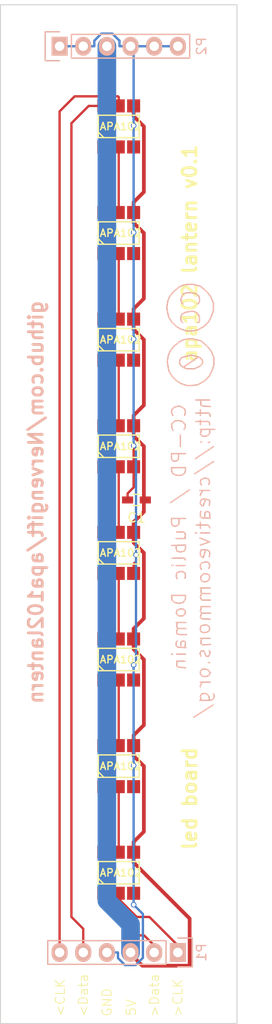
<source format=kicad_pcb>
(kicad_pcb (version 20171130) (host pcbnew "(5.1.12)-1")

  (general
    (thickness 1.6)
    (drawings 13)
    (tracks 132)
    (zones 0)
    (modules 12)
    (nets 21)
  )

  (page A4)
  (title_block
    (title "apa102 lantern led board")
    (rev 0.1)
  )

  (layers
    (0 F.Cu signal)
    (31 B.Cu signal)
    (32 B.Adhes user)
    (33 F.Adhes user)
    (34 B.Paste user)
    (35 F.Paste user)
    (36 B.SilkS user)
    (37 F.SilkS user)
    (38 B.Mask user)
    (39 F.Mask user)
    (40 Dwgs.User user)
    (41 Cmts.User user)
    (42 Eco1.User user)
    (43 Eco2.User user)
    (44 Edge.Cuts user)
    (45 Margin user)
    (46 B.CrtYd user)
    (47 F.CrtYd user)
    (48 B.Fab user)
    (49 F.Fab user)
  )

  (setup
    (last_trace_width 0.25)
    (trace_clearance 0.2)
    (zone_clearance 0.508)
    (zone_45_only no)
    (trace_min 0.2)
    (via_size 0.6)
    (via_drill 0.4)
    (via_min_size 0.4)
    (via_min_drill 0.3)
    (uvia_size 0.3)
    (uvia_drill 0.1)
    (uvias_allowed no)
    (uvia_min_size 0.2)
    (uvia_min_drill 0.1)
    (edge_width 0.1)
    (segment_width 0.2)
    (pcb_text_width 0.3)
    (pcb_text_size 1.5 1.5)
    (mod_edge_width 0.15)
    (mod_text_size 1 1)
    (mod_text_width 0.15)
    (pad_size 1.5 1.5)
    (pad_drill 0.6)
    (pad_to_mask_clearance 0)
    (aux_axis_origin 0 0)
    (visible_elements 7FFFFFFF)
    (pcbplotparams
      (layerselection 0x010f0_80000001)
      (usegerberextensions true)
      (usegerberattributes true)
      (usegerberadvancedattributes true)
      (creategerberjobfile true)
      (excludeedgelayer true)
      (linewidth 0.020000)
      (plotframeref false)
      (viasonmask false)
      (mode 1)
      (useauxorigin false)
      (hpglpennumber 1)
      (hpglpenspeed 20)
      (hpglpendiameter 15.000000)
      (psnegative false)
      (psa4output false)
      (plotreference true)
      (plotvalue false)
      (plotinvisibletext false)
      (padsonsilk false)
      (subtractmaskfromsilk false)
      (outputformat 1)
      (mirror false)
      (drillshape 0)
      (scaleselection 1)
      (outputdirectory ""))
  )

  (net 0 "")
  (net 1 "Net-(U1-Pad5)")
  (net 2 "Net-(U1-Pad6)")
  (net 3 "Net-(U2-Pad5)")
  (net 4 "Net-(U2-Pad6)")
  (net 5 "Net-(U3-Pad5)")
  (net 6 "Net-(U3-Pad6)")
  (net 7 "Net-(U4-Pad5)")
  (net 8 "Net-(U4-Pad6)")
  (net 9 "Net-(U5-Pad5)")
  (net 10 "Net-(U5-Pad6)")
  (net 11 "Net-(U6-Pad5)")
  (net 12 "Net-(U6-Pad6)")
  (net 13 "Net-(U7-Pad5)")
  (net 14 "Net-(U7-Pad6)")
  (net 15 /5V)
  (net 16 /GND)
  (net 17 />clk)
  (net 18 />D)
  (net 19 /D>)
  (net 20 /clk>)

  (net_class Default "Dies ist die voreingestellte Netzklasse."
    (clearance 0.2)
    (trace_width 0.25)
    (via_dia 0.6)
    (via_drill 0.4)
    (uvia_dia 0.3)
    (uvia_drill 0.1)
    (add_net /5V)
    (add_net />D)
    (add_net />clk)
    (add_net /D>)
    (add_net /GND)
    (add_net /clk>)
    (add_net "Net-(U1-Pad5)")
    (add_net "Net-(U1-Pad6)")
    (add_net "Net-(U2-Pad5)")
    (add_net "Net-(U2-Pad6)")
    (add_net "Net-(U3-Pad5)")
    (add_net "Net-(U3-Pad6)")
    (add_net "Net-(U4-Pad5)")
    (add_net "Net-(U4-Pad6)")
    (add_net "Net-(U5-Pad5)")
    (add_net "Net-(U5-Pad6)")
    (add_net "Net-(U6-Pad5)")
    (add_net "Net-(U6-Pad6)")
    (add_net "Net-(U7-Pad5)")
    (add_net "Net-(U7-Pad6)")
  )

  (net_class vcc ""
    (clearance 0.2)
    (trace_width 2)
    (via_dia 0.6)
    (via_drill 0.4)
    (uvia_dia 0.3)
    (uvia_drill 0.1)
  )

  (module CrumpPrints:APA102 (layer F.Cu) (tedit 54BDEC7B) (tstamp 560AAFD3)
    (at 127 174.33)
    (path /56067C85)
    (fp_text reference U1 (at 0.2 -4) (layer F.SilkS) hide
      (effects (font (size 1.5 1.5) (thickness 0.15)))
    )
    (fp_text value APA102 (at 0.2 0) (layer F.SilkS)
      (effects (font (size 0.8 0.8) (thickness 0.15)))
    )
    (fp_line (start -2.2 -1.2) (end -2.2 1.2) (layer F.SilkS) (width 0.15))
    (fp_line (start 2.2 -1.2) (end 2.2 1.2) (layer F.SilkS) (width 0.15))
    (fp_line (start -1.8 1.2) (end -2.2 1.2) (layer F.SilkS) (width 0.15))
    (fp_line (start -2.2 -1.2) (end 2.2 -1.2) (layer F.SilkS) (width 0.15))
    (fp_line (start 2.2 1.2) (end -1.8 1.2) (layer F.SilkS) (width 0.15))
    (fp_line (start -2.2 0.6) (end -1.6 1.2) (layer F.SilkS) (width 0.15))
    (pad 3 smd rect (at 1.6 2.2 90) (size 1.4 1.4) (layers F.Cu F.Paste F.Mask)
      (net 16 /GND))
    (pad 4 smd rect (at 1.6 -2.2 90) (size 1.4 1.4) (layers F.Cu F.Paste F.Mask)
      (net 15 /5V))
    (pad 5 smd rect (at 0 -2.2 90) (size 1.4 1.3) (layers F.Cu F.Paste F.Mask)
      (net 1 "Net-(U1-Pad5)"))
    (pad 2 smd rect (at 0 2.2 90) (size 1.4 1.3) (layers F.Cu F.Paste F.Mask)
      (net 17 />clk))
    (pad 1 smd rect (at -1.6 2.2 90) (size 1.4 1.4) (layers F.Cu F.Paste F.Mask)
      (net 18 />D))
    (pad 6 smd rect (at -1.6 -2.2 90) (size 1.4 1.4) (layers F.Cu F.Paste F.Mask)
      (net 2 "Net-(U1-Pad6)"))
  )

  (module CrumpPrints:APA102 (layer F.Cu) (tedit 54BDEC7B) (tstamp 560AAFDD)
    (at 127 162.9)
    (path /56067CEB)
    (fp_text reference U2 (at 0.2 -4) (layer F.SilkS) hide
      (effects (font (size 1.5 1.5) (thickness 0.15)))
    )
    (fp_text value APA102 (at 0.2 0) (layer F.SilkS)
      (effects (font (size 0.8 0.8) (thickness 0.15)))
    )
    (fp_line (start -2.2 -1.2) (end -2.2 1.2) (layer F.SilkS) (width 0.15))
    (fp_line (start 2.2 -1.2) (end 2.2 1.2) (layer F.SilkS) (width 0.15))
    (fp_line (start -1.8 1.2) (end -2.2 1.2) (layer F.SilkS) (width 0.15))
    (fp_line (start -2.2 -1.2) (end 2.2 -1.2) (layer F.SilkS) (width 0.15))
    (fp_line (start 2.2 1.2) (end -1.8 1.2) (layer F.SilkS) (width 0.15))
    (fp_line (start -2.2 0.6) (end -1.6 1.2) (layer F.SilkS) (width 0.15))
    (pad 3 smd rect (at 1.6 2.2 90) (size 1.4 1.4) (layers F.Cu F.Paste F.Mask)
      (net 16 /GND))
    (pad 4 smd rect (at 1.6 -2.2 90) (size 1.4 1.4) (layers F.Cu F.Paste F.Mask)
      (net 15 /5V))
    (pad 5 smd rect (at 0 -2.2 90) (size 1.4 1.3) (layers F.Cu F.Paste F.Mask)
      (net 3 "Net-(U2-Pad5)"))
    (pad 2 smd rect (at 0 2.2 90) (size 1.4 1.3) (layers F.Cu F.Paste F.Mask)
      (net 1 "Net-(U1-Pad5)"))
    (pad 1 smd rect (at -1.6 2.2 90) (size 1.4 1.4) (layers F.Cu F.Paste F.Mask)
      (net 2 "Net-(U1-Pad6)"))
    (pad 6 smd rect (at -1.6 -2.2 90) (size 1.4 1.4) (layers F.Cu F.Paste F.Mask)
      (net 4 "Net-(U2-Pad6)"))
  )

  (module CrumpPrints:APA102 (layer F.Cu) (tedit 54BDEC7B) (tstamp 560AAFE7)
    (at 127 151.47)
    (path /56067CF1)
    (fp_text reference U3 (at 0.2 -4) (layer F.SilkS) hide
      (effects (font (size 1.5 1.5) (thickness 0.15)))
    )
    (fp_text value APA102 (at 0.2 0) (layer F.SilkS)
      (effects (font (size 0.8 0.8) (thickness 0.15)))
    )
    (fp_line (start -2.2 -1.2) (end -2.2 1.2) (layer F.SilkS) (width 0.15))
    (fp_line (start 2.2 -1.2) (end 2.2 1.2) (layer F.SilkS) (width 0.15))
    (fp_line (start -1.8 1.2) (end -2.2 1.2) (layer F.SilkS) (width 0.15))
    (fp_line (start -2.2 -1.2) (end 2.2 -1.2) (layer F.SilkS) (width 0.15))
    (fp_line (start 2.2 1.2) (end -1.8 1.2) (layer F.SilkS) (width 0.15))
    (fp_line (start -2.2 0.6) (end -1.6 1.2) (layer F.SilkS) (width 0.15))
    (pad 3 smd rect (at 1.6 2.2 90) (size 1.4 1.4) (layers F.Cu F.Paste F.Mask)
      (net 16 /GND))
    (pad 4 smd rect (at 1.6 -2.2 90) (size 1.4 1.4) (layers F.Cu F.Paste F.Mask)
      (net 15 /5V))
    (pad 5 smd rect (at 0 -2.2 90) (size 1.4 1.3) (layers F.Cu F.Paste F.Mask)
      (net 5 "Net-(U3-Pad5)"))
    (pad 2 smd rect (at 0 2.2 90) (size 1.4 1.3) (layers F.Cu F.Paste F.Mask)
      (net 3 "Net-(U2-Pad5)"))
    (pad 1 smd rect (at -1.6 2.2 90) (size 1.4 1.4) (layers F.Cu F.Paste F.Mask)
      (net 4 "Net-(U2-Pad6)"))
    (pad 6 smd rect (at -1.6 -2.2 90) (size 1.4 1.4) (layers F.Cu F.Paste F.Mask)
      (net 6 "Net-(U3-Pad6)"))
  )

  (module CrumpPrints:APA102 (layer F.Cu) (tedit 54BDEC7B) (tstamp 560AAFF1)
    (at 127 140.04)
    (path /56067CF7)
    (fp_text reference U4 (at 0.2 -4) (layer F.SilkS) hide
      (effects (font (size 1.5 1.5) (thickness 0.15)))
    )
    (fp_text value APA102 (at 0.2 0) (layer F.SilkS)
      (effects (font (size 0.8 0.8) (thickness 0.15)))
    )
    (fp_line (start -2.2 -1.2) (end -2.2 1.2) (layer F.SilkS) (width 0.15))
    (fp_line (start 2.2 -1.2) (end 2.2 1.2) (layer F.SilkS) (width 0.15))
    (fp_line (start -1.8 1.2) (end -2.2 1.2) (layer F.SilkS) (width 0.15))
    (fp_line (start -2.2 -1.2) (end 2.2 -1.2) (layer F.SilkS) (width 0.15))
    (fp_line (start 2.2 1.2) (end -1.8 1.2) (layer F.SilkS) (width 0.15))
    (fp_line (start -2.2 0.6) (end -1.6 1.2) (layer F.SilkS) (width 0.15))
    (pad 3 smd rect (at 1.6 2.2 90) (size 1.4 1.4) (layers F.Cu F.Paste F.Mask)
      (net 16 /GND))
    (pad 4 smd rect (at 1.6 -2.2 90) (size 1.4 1.4) (layers F.Cu F.Paste F.Mask)
      (net 15 /5V))
    (pad 5 smd rect (at 0 -2.2 90) (size 1.4 1.3) (layers F.Cu F.Paste F.Mask)
      (net 7 "Net-(U4-Pad5)"))
    (pad 2 smd rect (at 0 2.2 90) (size 1.4 1.3) (layers F.Cu F.Paste F.Mask)
      (net 5 "Net-(U3-Pad5)"))
    (pad 1 smd rect (at -1.6 2.2 90) (size 1.4 1.4) (layers F.Cu F.Paste F.Mask)
      (net 6 "Net-(U3-Pad6)"))
    (pad 6 smd rect (at -1.6 -2.2 90) (size 1.4 1.4) (layers F.Cu F.Paste F.Mask)
      (net 8 "Net-(U4-Pad6)"))
  )

  (module CrumpPrints:APA102 (layer F.Cu) (tedit 54BDEC7B) (tstamp 560AAFFB)
    (at 127 128.61)
    (path /56067CFD)
    (fp_text reference U5 (at 0.2 -4) (layer F.SilkS) hide
      (effects (font (size 1.5 1.5) (thickness 0.15)))
    )
    (fp_text value APA102 (at 0.2 0) (layer F.SilkS)
      (effects (font (size 0.8 0.8) (thickness 0.15)))
    )
    (fp_line (start -2.2 -1.2) (end -2.2 1.2) (layer F.SilkS) (width 0.15))
    (fp_line (start 2.2 -1.2) (end 2.2 1.2) (layer F.SilkS) (width 0.15))
    (fp_line (start -1.8 1.2) (end -2.2 1.2) (layer F.SilkS) (width 0.15))
    (fp_line (start -2.2 -1.2) (end 2.2 -1.2) (layer F.SilkS) (width 0.15))
    (fp_line (start 2.2 1.2) (end -1.8 1.2) (layer F.SilkS) (width 0.15))
    (fp_line (start -2.2 0.6) (end -1.6 1.2) (layer F.SilkS) (width 0.15))
    (pad 3 smd rect (at 1.6 2.2 90) (size 1.4 1.4) (layers F.Cu F.Paste F.Mask)
      (net 16 /GND))
    (pad 4 smd rect (at 1.6 -2.2 90) (size 1.4 1.4) (layers F.Cu F.Paste F.Mask)
      (net 15 /5V))
    (pad 5 smd rect (at 0 -2.2 90) (size 1.4 1.3) (layers F.Cu F.Paste F.Mask)
      (net 9 "Net-(U5-Pad5)"))
    (pad 2 smd rect (at 0 2.2 90) (size 1.4 1.3) (layers F.Cu F.Paste F.Mask)
      (net 7 "Net-(U4-Pad5)"))
    (pad 1 smd rect (at -1.6 2.2 90) (size 1.4 1.4) (layers F.Cu F.Paste F.Mask)
      (net 8 "Net-(U4-Pad6)"))
    (pad 6 smd rect (at -1.6 -2.2 90) (size 1.4 1.4) (layers F.Cu F.Paste F.Mask)
      (net 10 "Net-(U5-Pad6)"))
  )

  (module CrumpPrints:APA102 (layer F.Cu) (tedit 54BDEC7B) (tstamp 560AB005)
    (at 127 117.18)
    (path /56067D03)
    (fp_text reference U6 (at 0.2 -4) (layer F.SilkS) hide
      (effects (font (size 1.5 1.5) (thickness 0.15)))
    )
    (fp_text value APA102 (at 0.2 0) (layer F.SilkS)
      (effects (font (size 0.8 0.8) (thickness 0.15)))
    )
    (fp_line (start -2.2 -1.2) (end -2.2 1.2) (layer F.SilkS) (width 0.15))
    (fp_line (start 2.2 -1.2) (end 2.2 1.2) (layer F.SilkS) (width 0.15))
    (fp_line (start -1.8 1.2) (end -2.2 1.2) (layer F.SilkS) (width 0.15))
    (fp_line (start -2.2 -1.2) (end 2.2 -1.2) (layer F.SilkS) (width 0.15))
    (fp_line (start 2.2 1.2) (end -1.8 1.2) (layer F.SilkS) (width 0.15))
    (fp_line (start -2.2 0.6) (end -1.6 1.2) (layer F.SilkS) (width 0.15))
    (pad 3 smd rect (at 1.6 2.2 90) (size 1.4 1.4) (layers F.Cu F.Paste F.Mask)
      (net 16 /GND))
    (pad 4 smd rect (at 1.6 -2.2 90) (size 1.4 1.4) (layers F.Cu F.Paste F.Mask)
      (net 15 /5V))
    (pad 5 smd rect (at 0 -2.2 90) (size 1.4 1.3) (layers F.Cu F.Paste F.Mask)
      (net 11 "Net-(U6-Pad5)"))
    (pad 2 smd rect (at 0 2.2 90) (size 1.4 1.3) (layers F.Cu F.Paste F.Mask)
      (net 9 "Net-(U5-Pad5)"))
    (pad 1 smd rect (at -1.6 2.2 90) (size 1.4 1.4) (layers F.Cu F.Paste F.Mask)
      (net 10 "Net-(U5-Pad6)"))
    (pad 6 smd rect (at -1.6 -2.2 90) (size 1.4 1.4) (layers F.Cu F.Paste F.Mask)
      (net 12 "Net-(U6-Pad6)"))
  )

  (module CrumpPrints:APA102 (layer F.Cu) (tedit 54BDEC7B) (tstamp 560AB00F)
    (at 127 105.75)
    (path /56067D09)
    (fp_text reference U7 (at 0.2 -4) (layer F.SilkS) hide
      (effects (font (size 1.5 1.5) (thickness 0.15)))
    )
    (fp_text value APA102 (at 0.2 0) (layer F.SilkS)
      (effects (font (size 0.8 0.8) (thickness 0.15)))
    )
    (fp_line (start -2.2 -1.2) (end -2.2 1.2) (layer F.SilkS) (width 0.15))
    (fp_line (start 2.2 -1.2) (end 2.2 1.2) (layer F.SilkS) (width 0.15))
    (fp_line (start -1.8 1.2) (end -2.2 1.2) (layer F.SilkS) (width 0.15))
    (fp_line (start -2.2 -1.2) (end 2.2 -1.2) (layer F.SilkS) (width 0.15))
    (fp_line (start 2.2 1.2) (end -1.8 1.2) (layer F.SilkS) (width 0.15))
    (fp_line (start -2.2 0.6) (end -1.6 1.2) (layer F.SilkS) (width 0.15))
    (pad 3 smd rect (at 1.6 2.2 90) (size 1.4 1.4) (layers F.Cu F.Paste F.Mask)
      (net 16 /GND))
    (pad 4 smd rect (at 1.6 -2.2 90) (size 1.4 1.4) (layers F.Cu F.Paste F.Mask)
      (net 15 /5V))
    (pad 5 smd rect (at 0 -2.2 90) (size 1.4 1.3) (layers F.Cu F.Paste F.Mask)
      (net 13 "Net-(U7-Pad5)"))
    (pad 2 smd rect (at 0 2.2 90) (size 1.4 1.3) (layers F.Cu F.Paste F.Mask)
      (net 11 "Net-(U6-Pad5)"))
    (pad 1 smd rect (at -1.6 2.2 90) (size 1.4 1.4) (layers F.Cu F.Paste F.Mask)
      (net 12 "Net-(U6-Pad6)"))
    (pad 6 smd rect (at -1.6 -2.2 90) (size 1.4 1.4) (layers F.Cu F.Paste F.Mask)
      (net 14 "Net-(U7-Pad6)"))
  )

  (module CrumpPrints:APA102 (layer F.Cu) (tedit 54BDEC7B) (tstamp 560AB019)
    (at 127 94.32)
    (path /56067D0F)
    (fp_text reference U8 (at 0.2 -4) (layer F.SilkS) hide
      (effects (font (size 1.5 1.5) (thickness 0.15)))
    )
    (fp_text value APA102 (at 0.2 0) (layer F.SilkS)
      (effects (font (size 0.8 0.8) (thickness 0.15)))
    )
    (fp_line (start -2.2 -1.2) (end -2.2 1.2) (layer F.SilkS) (width 0.15))
    (fp_line (start 2.2 -1.2) (end 2.2 1.2) (layer F.SilkS) (width 0.15))
    (fp_line (start -1.8 1.2) (end -2.2 1.2) (layer F.SilkS) (width 0.15))
    (fp_line (start -2.2 -1.2) (end 2.2 -1.2) (layer F.SilkS) (width 0.15))
    (fp_line (start 2.2 1.2) (end -1.8 1.2) (layer F.SilkS) (width 0.15))
    (fp_line (start -2.2 0.6) (end -1.6 1.2) (layer F.SilkS) (width 0.15))
    (pad 3 smd rect (at 1.6 2.2 90) (size 1.4 1.4) (layers F.Cu F.Paste F.Mask)
      (net 16 /GND))
    (pad 4 smd rect (at 1.6 -2.2 90) (size 1.4 1.4) (layers F.Cu F.Paste F.Mask)
      (net 15 /5V))
    (pad 5 smd rect (at 0 -2.2 90) (size 1.4 1.3) (layers F.Cu F.Paste F.Mask)
      (net 20 /clk>))
    (pad 2 smd rect (at 0 2.2 90) (size 1.4 1.3) (layers F.Cu F.Paste F.Mask)
      (net 13 "Net-(U7-Pad5)"))
    (pad 1 smd rect (at -1.6 2.2 90) (size 1.4 1.4) (layers F.Cu F.Paste F.Mask)
      (net 14 "Net-(U7-Pad6)"))
    (pad 6 smd rect (at -1.6 -2.2 90) (size 1.4 1.4) (layers F.Cu F.Paste F.Mask)
      (net 19 /D>))
  )

  (module Pin_Headers:Pin_Header_Straight_1x06 (layer B.Cu) (tedit 0) (tstamp 560AAFC9)
    (at 133.35 182.88 90)
    (descr "Through hole pin header")
    (tags "pin header")
    (path /561401C0)
    (fp_text reference P1 (at 0 2.54 90) (layer B.SilkS)
      (effects (font (size 1 1) (thickness 0.15)) (justify mirror))
    )
    (fp_text value CONN_01X06 (at 0 3.1 90) (layer B.Fab)
      (effects (font (size 1 1) (thickness 0.15)) (justify mirror))
    )
    (fp_line (start -1.55 1.55) (end 1.55 1.55) (layer B.SilkS) (width 0.15))
    (fp_line (start -1.55 0) (end -1.55 1.55) (layer B.SilkS) (width 0.15))
    (fp_line (start 1.27 -1.27) (end -1.27 -1.27) (layer B.SilkS) (width 0.15))
    (fp_line (start 1.55 1.55) (end 1.55 0) (layer B.SilkS) (width 0.15))
    (fp_line (start -1.27 -13.97) (end -1.27 -1.27) (layer B.SilkS) (width 0.15))
    (fp_line (start 1.27 -13.97) (end -1.27 -13.97) (layer B.SilkS) (width 0.15))
    (fp_line (start 1.27 -1.27) (end 1.27 -13.97) (layer B.SilkS) (width 0.15))
    (fp_line (start -1.75 -14.45) (end 1.75 -14.45) (layer B.CrtYd) (width 0.05))
    (fp_line (start -1.75 1.75) (end 1.75 1.75) (layer B.CrtYd) (width 0.05))
    (fp_line (start 1.75 1.75) (end 1.75 -14.45) (layer B.CrtYd) (width 0.05))
    (fp_line (start -1.75 1.75) (end -1.75 -14.45) (layer B.CrtYd) (width 0.05))
    (pad 1 thru_hole rect (at 0 0 90) (size 2.032 1.7272) (drill 1.016) (layers *.Cu *.Mask B.SilkS)
      (net 17 />clk))
    (pad 2 thru_hole oval (at 0 -2.54 90) (size 2.032 1.7272) (drill 1.016) (layers *.Cu *.Mask B.SilkS)
      (net 18 />D))
    (pad 3 thru_hole oval (at 0 -5.08 90) (size 2.032 1.7272) (drill 1.016) (layers *.Cu *.Mask B.SilkS)
      (net 15 /5V))
    (pad 4 thru_hole oval (at 0 -7.62 90) (size 2.032 1.7272) (drill 1.016) (layers *.Cu *.Mask B.SilkS)
      (net 16 /GND))
    (pad 5 thru_hole oval (at 0 -10.16 90) (size 2.032 1.7272) (drill 1.016) (layers *.Cu *.Mask B.SilkS)
      (net 19 /D>))
    (pad 6 thru_hole oval (at 0 -12.7 90) (size 2.032 1.7272) (drill 1.016) (layers *.Cu *.Mask B.SilkS)
      (net 20 /clk>))
    (model Pin_Headers.3dshapes/Pin_Header_Straight_1x06.wrl
      (offset (xyz 0 -6.349999904632568 0))
      (scale (xyz 1 1 1))
      (rotate (xyz 0 0 90))
    )
  )

  (module Pin_Headers:Pin_Header_Straight_1x06 (layer B.Cu) (tedit 0) (tstamp 560ABF36)
    (at 120.65 85.725 270)
    (descr "Through hole pin header")
    (tags "pin header")
    (path /5614030F)
    (fp_text reference P2 (at 0 -15.24 270) (layer B.SilkS)
      (effects (font (size 1 1) (thickness 0.15)) (justify mirror))
    )
    (fp_text value CONN_01X06 (at 0 3.1 270) (layer B.Fab)
      (effects (font (size 1 1) (thickness 0.15)) (justify mirror))
    )
    (fp_line (start -1.55 1.55) (end 1.55 1.55) (layer B.SilkS) (width 0.15))
    (fp_line (start -1.55 0) (end -1.55 1.55) (layer B.SilkS) (width 0.15))
    (fp_line (start 1.27 -1.27) (end -1.27 -1.27) (layer B.SilkS) (width 0.15))
    (fp_line (start 1.55 1.55) (end 1.55 0) (layer B.SilkS) (width 0.15))
    (fp_line (start -1.27 -13.97) (end -1.27 -1.27) (layer B.SilkS) (width 0.15))
    (fp_line (start 1.27 -13.97) (end -1.27 -13.97) (layer B.SilkS) (width 0.15))
    (fp_line (start 1.27 -1.27) (end 1.27 -13.97) (layer B.SilkS) (width 0.15))
    (fp_line (start -1.75 -14.45) (end 1.75 -14.45) (layer B.CrtYd) (width 0.05))
    (fp_line (start -1.75 1.75) (end 1.75 1.75) (layer B.CrtYd) (width 0.05))
    (fp_line (start 1.75 1.75) (end 1.75 -14.45) (layer B.CrtYd) (width 0.05))
    (fp_line (start -1.75 1.75) (end -1.75 -14.45) (layer B.CrtYd) (width 0.05))
    (pad 1 thru_hole rect (at 0 0 270) (size 2.032 1.7272) (drill 1.016) (layers *.Cu *.Mask B.SilkS)
      (net 16 /GND))
    (pad 2 thru_hole oval (at 0 -2.54 270) (size 2.032 1.7272) (drill 1.016) (layers *.Cu *.Mask B.SilkS)
      (net 16 /GND))
    (pad 3 thru_hole oval (at 0 -5.08 270) (size 2.032 1.7272) (drill 1.016) (layers *.Cu *.Mask B.SilkS)
      (net 15 /5V))
    (pad 4 thru_hole oval (at 0 -7.62 270) (size 2.032 1.7272) (drill 1.016) (layers *.Cu *.Mask B.SilkS)
      (net 16 /GND))
    (pad 5 thru_hole oval (at 0 -10.16 270) (size 2.032 1.7272) (drill 1.016) (layers *.Cu *.Mask B.SilkS)
      (net 16 /GND))
    (pad 6 thru_hole oval (at 0 -12.7 270) (size 2.032 1.7272) (drill 1.016) (layers *.Cu *.Mask B.SilkS)
      (net 16 /GND))
    (model Pin_Headers.3dshapes/Pin_Header_Straight_1x06.wrl
      (offset (xyz 0 -6.349999904632568 0))
      (scale (xyz 1 1 1))
      (rotate (xyz 0 0 90))
    )
  )

  (module Symbols:Symbol_CreativeCommonsPublicDomain_SilkScreenTop_Small (layer B.Cu) (tedit 560FFB62) (tstamp 560FF841)
    (at 134.62 133.35 270)
    (descr "Symbol, Creative Commons Public Domain, SilkScreenTop, Small,")
    (tags "Symbol, Creative Commons Public Domain, SilkScreen Top, Small,")
    (fp_text reference REF** (at 0.59944 7.29996 270) (layer B.SilkS) hide
      (effects (font (size 1 1) (thickness 0.15)) (justify mirror))
    )
    (fp_text value Symbol_CreativeCommonsPublicDomain_SilkScreenTop_Small (at 0.59944 -8.001 270) (layer B.Fab)
      (effects (font (size 1 1) (thickness 0.15)) (justify mirror))
    )
    (fp_line (start -13.15056 2.3003) (end -13.75 2.39936) (layer B.SilkS) (width 0.15))
    (fp_line (start -12.74924 2.20124) (end -13.15056 2.3003) (layer B.SilkS) (width 0.15))
    (fp_line (start -12.24886 1.89898) (end -12.74924 2.20124) (layer B.SilkS) (width 0.15))
    (fp_line (start -11.75102 1.40114) (end -12.24886 1.89898) (layer B.SilkS) (width 0.15))
    (fp_line (start -11.44876 0.90076) (end -11.75102 1.40114) (layer B.SilkS) (width 0.15))
    (fp_line (start -11.25064 0.29878) (end -11.44876 0.90076) (layer B.SilkS) (width 0.15))
    (fp_line (start -11.25064 -0.30066) (end -11.25064 0.29878) (layer B.SilkS) (width 0.15))
    (fp_line (start -11.3497 -0.9001) (end -11.25064 -0.30066) (layer B.SilkS) (width 0.15))
    (fp_line (start -11.75102 -1.60114) (end -11.3497 -0.9001) (layer B.SilkS) (width 0.15))
    (fp_line (start -12.24886 -2.09898) (end -11.75102 -1.60114) (layer B.SilkS) (width 0.15))
    (fp_line (start -12.85084 -2.40124) (end -12.24886 -2.09898) (layer B.SilkS) (width 0.15))
    (fp_line (start -13.45028 -2.59936) (end -12.85084 -2.40124) (layer B.SilkS) (width 0.15))
    (fp_line (start -14.25038 -2.59936) (end -13.45028 -2.59936) (layer B.SilkS) (width 0.15))
    (fp_line (start -14.94888 -2.29964) (end -14.25038 -2.59936) (layer B.SilkS) (width 0.15))
    (fp_line (start -15.44926 -1.90086) (end -14.94888 -2.29964) (layer B.SilkS) (width 0.15))
    (fp_line (start -16.05124 -1.19982) (end -15.44926 -1.90086) (layer B.SilkS) (width 0.15))
    (fp_line (start -16.24936 -0.39972) (end -16.05124 -1.19982) (layer B.SilkS) (width 0.15))
    (fp_line (start -16.24936 0.19972) (end -16.24936 -0.39972) (layer B.SilkS) (width 0.15))
    (fp_line (start -16.1503 0.7001) (end -16.24936 0.19972) (layer B.SilkS) (width 0.15))
    (fp_line (start -15.94964 1.09888) (end -16.1503 0.7001) (layer B.SilkS) (width 0.15))
    (fp_line (start -15.44926 1.70086) (end -15.94964 1.09888) (layer B.SilkS) (width 0.15))
    (fp_line (start -14.94888 2.09964) (end -15.44926 1.70086) (layer B.SilkS) (width 0.15))
    (fp_line (start -14.45104 2.3003) (end -14.94888 2.09964) (layer B.SilkS) (width 0.15))
    (fp_line (start -13.84906 2.39936) (end -14.45104 2.3003) (layer B.SilkS) (width 0.15))
    (fp_line (start -13.75 2.39936) (end -13.84906 2.39936) (layer B.SilkS) (width 0.15))
    (fp_line (start -14 1.05) (end -13.75 1.1) (layer B.SilkS) (width 0.15))
    (fp_line (start -14.25 0.85) (end -14 1.05) (layer B.SilkS) (width 0.15))
    (fp_line (start -14.4 0.35) (end -14.25 0.85) (layer B.SilkS) (width 0.15))
    (fp_line (start -14.5 -0.15) (end -14.4 0.35) (layer B.SilkS) (width 0.15))
    (fp_line (start -14.4 -0.7) (end -14.5 -0.15) (layer B.SilkS) (width 0.15))
    (fp_line (start -14.25 -1.1) (end -14.4 -0.7) (layer B.SilkS) (width 0.15))
    (fp_line (start -14 -1.35) (end -14.25 -1.1) (layer B.SilkS) (width 0.15))
    (fp_line (start -13.7 -1.4) (end -14 -1.35) (layer B.SilkS) (width 0.15))
    (fp_line (start -13.4 -1.2) (end -13.7 -1.4) (layer B.SilkS) (width 0.15))
    (fp_line (start -13.25 -0.95) (end -13.4 -1.2) (layer B.SilkS) (width 0.15))
    (fp_line (start -13.05 -0.5) (end -13.25 -0.95) (layer B.SilkS) (width 0.15))
    (fp_line (start -13.05 -0.15) (end -13.05 -0.5) (layer B.SilkS) (width 0.15))
    (fp_line (start -13.05 0.3) (end -13.05 -0.15) (layer B.SilkS) (width 0.15))
    (fp_line (start -13.2 0.7) (end -13.05 0.3) (layer B.SilkS) (width 0.15))
    (fp_line (start -13.45 1) (end -13.2 0.7) (layer B.SilkS) (width 0.15))
    (fp_line (start -13.75 1.1) (end -13.45 1) (layer B.SilkS) (width 0.15))
    (fp_line (start -19.00056 2.3503) (end -19.6 2.44936) (layer B.SilkS) (width 0.15))
    (fp_line (start -18.59924 2.25124) (end -19.00056 2.3503) (layer B.SilkS) (width 0.15))
    (fp_line (start -18.09886 1.94898) (end -18.59924 2.25124) (layer B.SilkS) (width 0.15))
    (fp_line (start -17.60102 1.45114) (end -18.09886 1.94898) (layer B.SilkS) (width 0.15))
    (fp_line (start -17.29876 0.95076) (end -17.60102 1.45114) (layer B.SilkS) (width 0.15))
    (fp_line (start -17.10064 0.34878) (end -17.29876 0.95076) (layer B.SilkS) (width 0.15))
    (fp_line (start -17.10064 -0.25066) (end -17.10064 0.34878) (layer B.SilkS) (width 0.15))
    (fp_line (start -17.1997 -0.8501) (end -17.10064 -0.25066) (layer B.SilkS) (width 0.15))
    (fp_line (start -17.60102 -1.55114) (end -17.1997 -0.8501) (layer B.SilkS) (width 0.15))
    (fp_line (start -18.09886 -2.04898) (end -17.60102 -1.55114) (layer B.SilkS) (width 0.15))
    (fp_line (start -18.70084 -2.35124) (end -18.09886 -2.04898) (layer B.SilkS) (width 0.15))
    (fp_line (start -19.30028 -2.54936) (end -18.70084 -2.35124) (layer B.SilkS) (width 0.15))
    (fp_line (start -20.10038 -2.54936) (end -19.30028 -2.54936) (layer B.SilkS) (width 0.15))
    (fp_line (start -20.79888 -2.24964) (end -20.10038 -2.54936) (layer B.SilkS) (width 0.15))
    (fp_line (start -21.29926 -1.85086) (end -20.79888 -2.24964) (layer B.SilkS) (width 0.15))
    (fp_line (start -21.90124 -1.14982) (end -21.29926 -1.85086) (layer B.SilkS) (width 0.15))
    (fp_line (start -22.09936 -0.34972) (end -21.90124 -1.14982) (layer B.SilkS) (width 0.15))
    (fp_line (start -22.09936 0.24972) (end -22.09936 -0.34972) (layer B.SilkS) (width 0.15))
    (fp_line (start -22.0003 0.7501) (end -22.09936 0.24972) (layer B.SilkS) (width 0.15))
    (fp_line (start -21.79964 1.14888) (end -22.0003 0.7501) (layer B.SilkS) (width 0.15))
    (fp_line (start -21.29926 1.75086) (end -21.79964 1.14888) (layer B.SilkS) (width 0.15))
    (fp_line (start -20.79888 2.14964) (end -21.29926 1.75086) (layer B.SilkS) (width 0.15))
    (fp_line (start -20.30104 2.3503) (end -20.79888 2.14964) (layer B.SilkS) (width 0.15))
    (fp_line (start -19.69906 2.44936) (end -20.30104 2.3503) (layer B.SilkS) (width 0.15))
    (fp_line (start -19.6 2.44936) (end -19.69906 2.44936) (layer B.SilkS) (width 0.15))
    (fp_line (start -20.19944 -1.05076) (end -19.99878 -0.8501) (layer B.SilkS) (width 0.15))
    (fp_line (start -20.60076 -1.05076) (end -20.19944 -1.05076) (layer B.SilkS) (width 0.15))
    (fp_line (start -20.90048 -0.94916) (end -20.60076 -1.05076) (layer B.SilkS) (width 0.15))
    (fp_line (start -21.10114 -0.64944) (end -20.90048 -0.94916) (layer B.SilkS) (width 0.15))
    (fp_line (start -21.2002 -0.14906) (end -21.10114 -0.64944) (layer B.SilkS) (width 0.15))
    (fp_line (start -21.2002 0.24972) (end -21.2002 -0.14906) (layer B.SilkS) (width 0.15))
    (fp_line (start -21.10114 0.65104) (end -21.2002 0.24972) (layer B.SilkS) (width 0.15))
    (fp_line (start -20.79888 0.84916) (end -21.10114 0.65104) (layer B.SilkS) (width 0.15))
    (fp_line (start -20.4001 0.95076) (end -20.79888 0.84916) (layer B.SilkS) (width 0.15))
    (fp_line (start -20.10038 0.84916) (end -20.4001 0.95076) (layer B.SilkS) (width 0.15))
    (fp_line (start -19.99878 0.7501) (end -20.10038 0.84916) (layer B.SilkS) (width 0.15))
    (fp_line (start -18.09886 -1.05076) (end -17.9998 -0.8501) (layer B.SilkS) (width 0.15))
    (fp_line (start -18.40112 -1.05076) (end -18.09886 -1.05076) (layer B.SilkS) (width 0.15))
    (fp_line (start -18.59924 -1.05076) (end -18.40112 -1.05076) (layer B.SilkS) (width 0.15))
    (fp_line (start -19.00056 -0.8501) (end -18.59924 -1.05076) (layer B.SilkS) (width 0.15))
    (fp_line (start -19.20122 -0.44878) (end -19.00056 -0.8501) (layer B.SilkS) (width 0.15))
    (fp_line (start -19.20122 -0.05) (end -19.20122 -0.44878) (layer B.SilkS) (width 0.15))
    (fp_line (start -19.09962 0.45038) (end -19.20122 -0.05) (layer B.SilkS) (width 0.15))
    (fp_line (start -18.89896 0.84916) (end -19.09962 0.45038) (layer B.SilkS) (width 0.15))
    (fp_line (start -18.59924 0.95076) (end -18.89896 0.84916) (layer B.SilkS) (width 0.15))
    (fp_line (start -18.29952 0.95076) (end -18.59924 0.95076) (layer B.SilkS) (width 0.15))
    (fp_line (start -18.09886 0.84916) (end -18.29952 0.95076) (layer B.SilkS) (width 0.15))
    (fp_line (start -17.9998 0.7501) (end -18.09886 0.84916) (layer B.SilkS) (width 0.15))
    (fp_line (start -8.4 0.45) (end -8.05 0.55) (layer B.SilkS) (width 0.15))
    (fp_line (start -8.75 0.55) (end -8.4 0.45) (layer B.SilkS) (width 0.15))
    (fp_line (start -8.95 0.85) (end -8.75 0.55) (layer B.SilkS) (width 0.15))
    (fp_line (start -9.05 1.15) (end -8.95 0.85) (layer B.SilkS) (width 0.15))
    (fp_line (start -8.95 1.6) (end -9.05 1.15) (layer B.SilkS) (width 0.15))
    (fp_line (start -8.7 1.9) (end -8.95 1.6) (layer B.SilkS) (width 0.15))
    (fp_line (start -8.35 1.95) (end -8.7 1.9) (layer B.SilkS) (width 0.15))
    (fp_line (start -8.05 1.8) (end -8.35 1.95) (layer B.SilkS) (width 0.15))
    (fp_line (start -6.8 0.45) (end -6.55 0.6) (layer B.SilkS) (width 0.15))
    (fp_line (start -7.1 0.5) (end -6.8 0.45) (layer B.SilkS) (width 0.15))
    (fp_line (start -7.4 0.8) (end -7.1 0.5) (layer B.SilkS) (width 0.15))
    (fp_line (start -7.5 1.2) (end -7.4 0.8) (layer B.SilkS) (width 0.15))
    (fp_line (start -7.45 1.6) (end -7.5 1.2) (layer B.SilkS) (width 0.15))
    (fp_line (start -7.1 1.95) (end -7.45 1.6) (layer B.SilkS) (width 0.15))
    (fp_line (start -6.7 1.9) (end -7.1 1.95) (layer B.SilkS) (width 0.15))
    (fp_line (start -6.45 1.8) (end -6.7 1.9) (layer B.SilkS) (width 0.15))
    (fp_line (start -5.95 1) (end -4.7 1) (layer B.SilkS) (width 0.15))
    (fp_line (start -3.45 1.2) (end -3.95 1.2) (layer B.SilkS) (width 0.15))
    (fp_line (start -3.2 1.3) (end -3.45 1.2) (layer B.SilkS) (width 0.15))
    (fp_line (start -3.15 1.55) (end -3.2 1.3) (layer B.SilkS) (width 0.15))
    (fp_line (start -3.15 1.75) (end -3.15 1.55) (layer B.SilkS) (width 0.15))
    (fp_line (start -3.35 1.95) (end -3.15 1.75) (layer B.SilkS) (width 0.15))
    (fp_line (start -3.95 1.95) (end -3.35 1.95) (layer B.SilkS) (width 0.15))
    (fp_line (start -3.95 0.45) (end -3.95 1.95) (layer B.SilkS) (width 0.15))
    (fp_line (start -2.2 1.95) (end -2.35 1.95) (layer B.SilkS) (width 0.15))
    (fp_line (start -1.85 1.85) (end -2.2 1.95) (layer B.SilkS) (width 0.15))
    (fp_line (start -1.7 1.6) (end -1.85 1.85) (layer B.SilkS) (width 0.15))
    (fp_line (start -1.6 1.2) (end -1.7 1.6) (layer B.SilkS) (width 0.15))
    (fp_line (start -1.65 0.85) (end -1.6 1.2) (layer B.SilkS) (width 0.15))
    (fp_line (start -1.85 0.55) (end -1.65 0.85) (layer B.SilkS) (width 0.15))
    (fp_line (start -2.15 0.45) (end -1.85 0.55) (layer B.SilkS) (width 0.15))
    (fp_line (start -2.45 0.45) (end -2.15 0.45) (layer B.SilkS) (width 0.15))
    (fp_line (start -2.45 1.95) (end -2.45 0.45) (layer B.SilkS) (width 0.15))
    (fp_line (start -0.05 0.05) (end 1.3 2.05) (layer B.SilkS) (width 0.15))
    (fp_line (start 3.55 1.15) (end 3.1 1.15) (layer B.SilkS) (width 0.15))
    (fp_line (start 3.75 1.3) (end 3.55 1.15) (layer B.SilkS) (width 0.15))
    (fp_line (start 3.85 1.55) (end 3.75 1.3) (layer B.SilkS) (width 0.15))
    (fp_line (start 3.75 1.85) (end 3.85 1.55) (layer B.SilkS) (width 0.15))
    (fp_line (start 3.5 1.95) (end 3.75 1.85) (layer B.SilkS) (width 0.15))
    (fp_line (start 3 1.95) (end 3.5 1.95) (layer B.SilkS) (width 0.15))
    (fp_line (start 3 0.45) (end 3 1.95) (layer B.SilkS) (width 0.15))
    (fp_line (start 4.8 0.45) (end 5.15 0.55) (layer B.SilkS) (width 0.15))
    (fp_line (start 4.6 0.5) (end 4.8 0.45) (layer B.SilkS) (width 0.15))
    (fp_line (start 4.45 0.65) (end 4.6 0.5) (layer B.SilkS) (width 0.15))
    (fp_line (start 4.45 1) (end 4.45 0.65) (layer B.SilkS) (width 0.15))
    (fp_line (start 4.45 1.4) (end 4.45 1) (layer B.SilkS) (width 0.15))
    (fp_line (start 5.15 1.45) (end 5.15 0.45) (layer B.SilkS) (width 0.15))
    (fp_line (start 6.25 1.45) (end 5.95 1.45) (layer B.SilkS) (width 0.15))
    (fp_line (start 6.5 1.35) (end 6.25 1.45) (layer B.SilkS) (width 0.15))
    (fp_line (start 6.6 1) (end 6.5 1.35) (layer B.SilkS) (width 0.15))
    (fp_line (start 6.5 0.6) (end 6.6 1) (layer B.SilkS) (width 0.15))
    (fp_line (start 6.25 0.45) (end 6.5 0.6) (layer B.SilkS) (width 0.15))
    (fp_line (start 5.85 0.45) (end 6.25 0.45) (layer B.SilkS) (width 0.15))
    (fp_line (start 5.9 1.95) (end 5.85 0.45) (layer B.SilkS) (width 0.15))
    (fp_line (start 7.25 0.6) (end 7.45 0.45) (layer B.SilkS) (width 0.15))
    (fp_line (start 7.25 1.9) (end 7.25 0.6) (layer B.SilkS) (width 0.15))
    (fp_line (start 8.05 1.8) (end 8 1.8) (layer B.SilkS) (width 0.15))
    (fp_line (start 8.05 1.9) (end 8.05 1.8) (layer B.SilkS) (width 0.15))
    (fp_line (start 8.05 1.45) (end 8.05 0.5) (layer B.SilkS) (width 0.15))
    (fp_line (start 9.15 0.45) (end 9.4 0.5) (layer B.SilkS) (width 0.15))
    (fp_line (start 8.85 0.5) (end 9.15 0.45) (layer B.SilkS) (width 0.15))
    (fp_line (start 8.7 0.75) (end 8.85 0.5) (layer B.SilkS) (width 0.15))
    (fp_line (start 8.7 1.1) (end 8.7 0.75) (layer B.SilkS) (width 0.15))
    (fp_line (start 8.85 1.4) (end 8.7 1.1) (layer B.SilkS) (width 0.15))
    (fp_line (start 9.2 1.45) (end 8.85 1.4) (layer B.SilkS) (width 0.15))
    (fp_line (start 9.45 1.35) (end 9.2 1.45) (layer B.SilkS) (width 0.15))
    (fp_line (start 11.75 1.9) (end 11.25 1.95) (layer B.SilkS) (width 0.15))
    (fp_line (start 12 1.65) (end 11.75 1.9) (layer B.SilkS) (width 0.15))
    (fp_line (start 12.1 1.15) (end 12 1.65) (layer B.SilkS) (width 0.15))
    (fp_line (start 12 0.7) (end 12.1 1.15) (layer B.SilkS) (width 0.15))
    (fp_line (start 11.65 0.45) (end 12 0.7) (layer B.SilkS) (width 0.15))
    (fp_line (start 11.25 0.45) (end 11.65 0.45) (layer B.SilkS) (width 0.15))
    (fp_line (start 11.25 1.95) (end 11.25 0.45) (layer B.SilkS) (width 0.15))
    (fp_line (start 13.4 1.25) (end 13.2 1.4) (layer B.SilkS) (width 0.15))
    (fp_line (start 13.45 1.1) (end 13.4 1.25) (layer B.SilkS) (width 0.15))
    (fp_line (start 13.45 0.75) (end 13.45 1.1) (layer B.SilkS) (width 0.15))
    (fp_line (start 13.25 0.5) (end 13.45 0.75) (layer B.SilkS) (width 0.15))
    (fp_line (start 12.95 0.45) (end 13.25 0.5) (layer B.SilkS) (width 0.15))
    (fp_line (start 12.7 0.7) (end 12.95 0.45) (layer B.SilkS) (width 0.15))
    (fp_line (start 12.7 1.05) (end 12.7 0.7) (layer B.SilkS) (width 0.15))
    (fp_line (start 12.85 1.35) (end 12.7 1.05) (layer B.SilkS) (width 0.15))
    (fp_line (start 13.1 1.45) (end 12.85 1.35) (layer B.SilkS) (width 0.15))
    (fp_line (start 14.15 0.4) (end 14.15 1.45) (layer B.SilkS) (width 0.15))
    (fp_line (start 14.5 1.4) (end 14.25 1.35) (layer B.SilkS) (width 0.15))
    (fp_line (start 14.7 1.35) (end 14.5 1.4) (layer B.SilkS) (width 0.15))
    (fp_line (start 14.8 1.25) (end 14.7 1.35) (layer B.SilkS) (width 0.15))
    (fp_line (start 14.8 0.4) (end 14.8 1.25) (layer B.SilkS) (width 0.15))
    (fp_line (start 15.05 1.4) (end 14.85 1.3) (layer B.SilkS) (width 0.15))
    (fp_line (start 15.3 1.4) (end 15.05 1.4) (layer B.SilkS) (width 0.15))
    (fp_line (start 15.4 1.3) (end 15.3 1.4) (layer B.SilkS) (width 0.15))
    (fp_line (start 15.45 1.1) (end 15.4 1.3) (layer B.SilkS) (width 0.15))
    (fp_line (start 15.45 0.35) (end 15.45 1.1) (layer B.SilkS) (width 0.15))
    (fp_line (start 16.8 1.25) (end 16.85 0.4) (layer B.SilkS) (width 0.15))
    (fp_line (start 16.65 1.45) (end 16.8 1.25) (layer B.SilkS) (width 0.15))
    (fp_line (start 16.3 1.45) (end 16.65 1.45) (layer B.SilkS) (width 0.15))
    (fp_line (start 16.15 1.35) (end 16.3 1.45) (layer B.SilkS) (width 0.15))
    (fp_line (start 16.35 0.45) (end 16.75 0.5) (layer B.SilkS) (width 0.15))
    (fp_line (start 16.15 0.55) (end 16.35 0.45) (layer B.SilkS) (width 0.15))
    (fp_line (start 16.15 0.8) (end 16.15 0.55) (layer B.SilkS) (width 0.15))
    (fp_line (start 16.3 0.95) (end 16.15 0.8) (layer B.SilkS) (width 0.15))
    (fp_line (start 16.6 0.95) (end 16.3 0.95) (layer B.SilkS) (width 0.15))
    (fp_line (start 17.55 1.95) (end 17.55 1.85) (layer B.SilkS) (width 0.15))
    (fp_line (start 17.55 1.4) (end 17.55 0.45) (layer B.SilkS) (width 0.15))
    (fp_line (start 18.3 1.4) (end 18.3 0.5) (layer B.SilkS) (width 0.15))
    (fp_line (start 18.7 1.4) (end 18.35 1.35) (layer B.SilkS) (width 0.15))
    (fp_line (start 18.85 1.35) (end 18.7 1.4) (layer B.SilkS) (width 0.15))
    (fp_line (start 18.95 1.15) (end 18.85 1.35) (layer B.SilkS) (width 0.15))
    (fp_line (start 19 0.45) (end 18.95 1.15) (layer B.SilkS) (width 0.15))
    (fp_line (start -9.7 -0.65) (end -9.7 -2.15) (layer B.SilkS) (width 0.15))
    (fp_line (start -9.15 -1.2) (end -9.55 -1.2) (layer B.SilkS) (width 0.15))
    (fp_line (start -9.05 -1.4) (end -9.15 -1.2) (layer B.SilkS) (width 0.15))
    (fp_line (start -9 -2.25) (end -9.05 -1.4) (layer B.SilkS) (width 0.15))
    (fp_line (start -8.15 -2.2) (end -7.95 -2.2) (layer B.SilkS) (width 0.15))
    (fp_line (start -8.3 -2.05) (end -8.15 -2.2) (layer B.SilkS) (width 0.15))
    (fp_line (start -8.3 -0.65) (end -8.3 -2.05) (layer B.SilkS) (width 0.15))
    (fp_line (start -8.65 -1.15) (end -8.05 -1.15) (layer B.SilkS) (width 0.15))
    (fp_line (start -7.15 -2.15) (end -7.05 -2.15) (layer B.SilkS) (width 0.15))
    (fp_line (start -7.4 -2.05) (end -7.15 -2.15) (layer B.SilkS) (width 0.15))
    (fp_line (start -7.4 -0.65) (end -7.4 -2.05) (layer B.SilkS) (width 0.15))
    (fp_line (start -7.05 -1.15) (end -7.55 -1.15) (layer B.SilkS) (width 0.15))
    (fp_line (start -6.55 -2.7) (end -6.55 -1.15) (layer B.SilkS) (width 0.15))
    (fp_line (start -6.1 -1.15) (end -6.45 -1.25) (layer B.SilkS) (width 0.15))
    (fp_line (start -5.85 -1.3) (end -6.1 -1.15) (layer B.SilkS) (width 0.15))
    (fp_line (start -5.8 -1.65) (end -5.85 -1.3) (layer B.SilkS) (width 0.15))
    (fp_line (start -5.9 -1.95) (end -5.8 -1.65) (layer B.SilkS) (width 0.15))
    (fp_line (start -6.15 -2.15) (end -5.9 -1.95) (layer B.SilkS) (width 0.15))
    (fp_line (start -6.5 -2.15) (end -6.15 -2.15) (layer B.SilkS) (width 0.15))
    (fp_line (start -5.2 -1.2) (end -5.2 -1.3) (layer B.SilkS) (width 0.15))
    (fp_line (start -5.15 -2) (end -5.2 -2.15) (layer B.SilkS) (width 0.15))
    (fp_line (start -4.7 -2.55) (end -3.4 -0.6) (layer B.SilkS) (width 0.15))
    (fp_line (start -3.1 -2.55) (end -1.8 -0.55) (layer B.SilkS) (width 0.15))
    (fp_line (start -0.95 -2.15) (end -0.65 -2.05) (layer B.SilkS) (width 0.15))
    (fp_line (start -1.25 -2) (end -0.95 -2.15) (layer B.SilkS) (width 0.15))
    (fp_line (start -1.35 -1.6) (end -1.25 -2) (layer B.SilkS) (width 0.15))
    (fp_line (start -1.15 -1.2) (end -1.35 -1.6) (layer B.SilkS) (width 0.15))
    (fp_line (start -0.85 -1.15) (end -1.15 -1.2) (layer B.SilkS) (width 0.15))
    (fp_line (start -0.6 -1.25) (end -0.85 -1.15) (layer B.SilkS) (width 0.15))
    (fp_line (start 0 -2.15) (end 0 -1.1) (layer B.SilkS) (width 0.15))
    (fp_line (start 0.3 -1.2) (end 0.1 -1.35) (layer B.SilkS) (width 0.15))
    (fp_line (start 0.55 -1.15) (end 0.3 -1.2) (layer B.SilkS) (width 0.15))
    (fp_line (start 1.65 -1.45) (end 1 -1.7) (layer B.SilkS) (width 0.15))
    (fp_line (start 1.65 -1.35) (end 1.65 -1.45) (layer B.SilkS) (width 0.15))
    (fp_line (start 1.45 -1.15) (end 1.65 -1.35) (layer B.SilkS) (width 0.15))
    (fp_line (start 1.2 -1.15) (end 1.45 -1.15) (layer B.SilkS) (width 0.15))
    (fp_line (start 1 -1.25) (end 1.2 -1.15) (layer B.SilkS) (width 0.15))
    (fp_line (start 0.9 -1.5) (end 1 -1.25) (layer B.SilkS) (width 0.15))
    (fp_line (start 0.95 -1.85) (end 0.9 -1.5) (layer B.SilkS) (width 0.15))
    (fp_line (start 1.05 -2.15) (end 0.95 -1.85) (layer B.SilkS) (width 0.15))
    (fp_line (start 1.3 -2.15) (end 1.05 -2.15) (layer B.SilkS) (width 0.15))
    (fp_line (start 1.6 -2.1) (end 1.3 -2.15) (layer B.SilkS) (width 0.15))
    (fp_line (start 2.35 -1.65) (end 2.85 -1.6) (layer B.SilkS) (width 0.15))
    (fp_line (start 2.25 -1.8) (end 2.35 -1.65) (layer B.SilkS) (width 0.15))
    (fp_line (start 2.3 -2.05) (end 2.25 -1.8) (layer B.SilkS) (width 0.15))
    (fp_line (start 2.45 -2.15) (end 2.3 -2.05) (layer B.SilkS) (width 0.15))
    (fp_line (start 2.95 -2.15) (end 2.45 -2.15) (layer B.SilkS) (width 0.15))
    (fp_line (start 2.95 -2.2) (end 2.95 -2.15) (layer B.SilkS) (width 0.15))
    (fp_line (start 2.95 -1.35) (end 2.95 -2.2) (layer B.SilkS) (width 0.15))
    (fp_line (start 2.8 -1.15) (end 2.95 -1.35) (layer B.SilkS) (width 0.15))
    (fp_line (start 2.4 -1.15) (end 2.8 -1.15) (layer B.SilkS) (width 0.15))
    (fp_line (start 2.25 -1.2) (end 2.4 -1.15) (layer B.SilkS) (width 0.15))
    (fp_line (start 3.85 -2.1) (end 4 -2.15) (layer B.SilkS) (width 0.15))
    (fp_line (start 3.7 -1.95) (end 3.85 -2.1) (layer B.SilkS) (width 0.15))
    (fp_line (start 3.7 -0.7) (end 3.7 -1.95) (layer B.SilkS) (width 0.15))
    (fp_line (start 3.4 -1.15) (end 4.05 -1.15) (layer B.SilkS) (width 0.15))
    (fp_line (start 4.55 -0.6) (end 4.55 -0.75) (layer B.SilkS) (width 0.15))
    (fp_line (start 4.55 -1.15) (end 4.55 -2.15) (layer B.SilkS) (width 0.15))
    (fp_line (start 5.5 -2.15) (end 5.85 -1.15) (layer B.SilkS) (width 0.15))
    (fp_line (start 5.1 -1.1) (end 5.5 -2.15) (layer B.SilkS) (width 0.15))
    (fp_line (start 7.2 -1.45) (end 6.45 -1.7) (layer B.SilkS) (width 0.15))
    (fp_line (start 7.15 -1.35) (end 7.2 -1.45) (layer B.SilkS) (width 0.15))
    (fp_line (start 6.95 -1.15) (end 7.15 -1.35) (layer B.SilkS) (width 0.15))
    (fp_line (start 6.6 -1.15) (end 6.95 -1.15) (layer B.SilkS) (width 0.15))
    (fp_line (start 6.35 -1.25) (end 6.6 -1.15) (layer B.SilkS) (width 0.15))
    (fp_line (start 6.35 -1.6) (end 6.35 -1.25) (layer B.SilkS) (width 0.15))
    (fp_line (start 6.4 -1.95) (end 6.35 -1.6) (layer B.SilkS) (width 0.15))
    (fp_line (start 6.6 -2.15) (end 6.4 -1.95) (layer B.SilkS) (width 0.15))
    (fp_line (start 6.85 -2.15) (end 6.6 -2.15) (layer B.SilkS) (width 0.15))
    (fp_line (start 7.1 -2.1) (end 6.85 -2.15) (layer B.SilkS) (width 0.15))
    (fp_line (start 8.15 -2.15) (end 8.35 -2.05) (layer B.SilkS) (width 0.15))
    (fp_line (start 7.85 -2.1) (end 8.15 -2.15) (layer B.SilkS) (width 0.15))
    (fp_line (start 7.7 -2) (end 7.85 -2.1) (layer B.SilkS) (width 0.15))
    (fp_line (start 7.65 -1.75) (end 7.7 -2) (layer B.SilkS) (width 0.15))
    (fp_line (start 7.75 -1.35) (end 7.65 -1.75) (layer B.SilkS) (width 0.15))
    (fp_line (start 7.95 -1.15) (end 7.75 -1.35) (layer B.SilkS) (width 0.15))
    (fp_line (start 8.2 -1.15) (end 7.95 -1.15) (layer B.SilkS) (width 0.15))
    (fp_line (start 8.45 -1.25) (end 8.2 -1.15) (layer B.SilkS) (width 0.15))
    (fp_line (start 9.75 -1.35) (end 9.55 -1.2) (layer B.SilkS) (width 0.15))
    (fp_line (start 9.8 -1.65) (end 9.75 -1.35) (layer B.SilkS) (width 0.15))
    (fp_line (start 9.7 -1.95) (end 9.8 -1.65) (layer B.SilkS) (width 0.15))
    (fp_line (start 9.5 -2.1) (end 9.7 -1.95) (layer B.SilkS) (width 0.15))
    (fp_line (start 9.25 -2.15) (end 9.5 -2.1) (layer B.SilkS) (width 0.15))
    (fp_line (start 9 -2.05) (end 9.25 -2.15) (layer B.SilkS) (width 0.15))
    (fp_line (start 8.9 -1.55) (end 9 -2.05) (layer B.SilkS) (width 0.15))
    (fp_line (start 9.2 -1.2) (end 8.9 -1.55) (layer B.SilkS) (width 0.15))
    (fp_line (start 9.4 -1.2) (end 9.2 -1.2) (layer B.SilkS) (width 0.15))
    (fp_line (start 10.45 -2.2) (end 10.45 -1.15) (layer B.SilkS) (width 0.15))
    (fp_line (start 10.9 -1.2) (end 10.5 -1.25) (layer B.SilkS) (width 0.15))
    (fp_line (start 11.05 -1.35) (end 10.9 -1.2) (layer B.SilkS) (width 0.15))
    (fp_line (start 11.05 -2.2) (end 11.05 -1.35) (layer B.SilkS) (width 0.15))
    (fp_line (start 11.4 -1.15) (end 11.1 -1.25) (layer B.SilkS) (width 0.15))
    (fp_line (start 11.6 -1.2) (end 11.4 -1.15) (layer B.SilkS) (width 0.15))
    (fp_line (start 11.75 -1.35) (end 11.6 -1.2) (layer B.SilkS) (width 0.15))
    (fp_line (start 11.75 -2.25) (end 11.75 -1.35) (layer B.SilkS) (width 0.15))
    (fp_line (start 12.45 -2.2) (end 12.45 -1.2) (layer B.SilkS) (width 0.15))
    (fp_line (start 12.7 -1.2) (end 12.55 -1.25) (layer B.SilkS) (width 0.15))
    (fp_line (start 12.95 -1.15) (end 12.7 -1.2) (layer B.SilkS) (width 0.15))
    (fp_line (start 13.15 -1.3) (end 12.95 -1.15) (layer B.SilkS) (width 0.15))
    (fp_line (start 13.15 -2.25) (end 13.15 -1.3) (layer B.SilkS) (width 0.15))
    (fp_line (start 13.35 -1.2) (end 13.2 -1.3) (layer B.SilkS) (width 0.15))
    (fp_line (start 13.6 -1.15) (end 13.35 -1.2) (layer B.SilkS) (width 0.15))
    (fp_line (start 13.75 -1.3) (end 13.6 -1.15) (layer B.SilkS) (width 0.15))
    (fp_line (start 13.8 -2.2) (end 13.75 -1.3) (layer B.SilkS) (width 0.15))
    (fp_line (start 15.25 -1.6) (end 15.2 -1.35) (layer B.SilkS) (width 0.15))
    (fp_line (start 15.2 -1.8) (end 15.25 -1.6) (layer B.SilkS) (width 0.15))
    (fp_line (start 15.1 -2.05) (end 15.2 -1.8) (layer B.SilkS) (width 0.15))
    (fp_line (start 14.85 -2.15) (end 15.1 -2.05) (layer B.SilkS) (width 0.15))
    (fp_line (start 14.6 -2.1) (end 14.85 -2.15) (layer B.SilkS) (width 0.15))
    (fp_line (start 14.45 -1.9) (end 14.6 -2.1) (layer B.SilkS) (width 0.15))
    (fp_line (start 14.4 -1.7) (end 14.45 -1.9) (layer B.SilkS) (width 0.15))
    (fp_line (start 14.45 -1.4) (end 14.4 -1.7) (layer B.SilkS) (width 0.15))
    (fp_line (start 14.55 -1.2) (end 14.45 -1.4) (layer B.SilkS) (width 0.15))
    (fp_line (start 14.75 -1.15) (end 14.55 -1.2) (layer B.SilkS) (width 0.15))
    (fp_line (start 15 -1.15) (end 14.75 -1.15) (layer B.SilkS) (width 0.15))
    (fp_line (start 15.15 -1.25) (end 15 -1.15) (layer B.SilkS) (width 0.15))
    (fp_line (start 15.85 -2.2) (end 15.85 -1.15) (layer B.SilkS) (width 0.15))
    (fp_line (start 16.2 -1.2) (end 15.9 -1.3) (layer B.SilkS) (width 0.15))
    (fp_line (start 16.4 -1.2) (end 16.2 -1.2) (layer B.SilkS) (width 0.15))
    (fp_line (start 16.55 -1.4) (end 16.4 -1.2) (layer B.SilkS) (width 0.15))
    (fp_line (start 16.5 -2.25) (end 16.55 -1.4) (layer B.SilkS) (width 0.15))
    (fp_line (start 17.3 -2.2) (end 17.2 -2.1) (layer B.SilkS) (width 0.15))
    (fp_line (start 17.55 -2.15) (end 17.3 -2.2) (layer B.SilkS) (width 0.15))
    (fp_line (start 17.8 -2) (end 17.55 -2.15) (layer B.SilkS) (width 0.15))
    (fp_line (start 17.75 -1.75) (end 17.8 -2) (layer B.SilkS) (width 0.15))
    (fp_line (start 17.5 -1.65) (end 17.75 -1.75) (layer B.SilkS) (width 0.15))
    (fp_line (start 17.2 -1.5) (end 17.5 -1.65) (layer B.SilkS) (width 0.15))
    (fp_line (start 17.2 -1.25) (end 17.2 -1.5) (layer B.SilkS) (width 0.15))
    (fp_line (start 17.45 -1.1) (end 17.2 -1.25) (layer B.SilkS) (width 0.15))
    (fp_line (start 17.75 -1.2) (end 17.45 -1.1) (layer B.SilkS) (width 0.15))
    (fp_line (start 18.45 -2) (end 18.45 -2.15) (layer B.SilkS) (width 0.15))
    (fp_line (start 19.95 -1.45) (end 19.75 -1.2) (layer B.SilkS) (width 0.15))
    (fp_line (start 19.95 -1.7) (end 19.95 -1.45) (layer B.SilkS) (width 0.15))
    (fp_line (start 19.85 -2.05) (end 19.95 -1.7) (layer B.SilkS) (width 0.15))
    (fp_line (start 19.55 -2.2) (end 19.85 -2.05) (layer B.SilkS) (width 0.15))
    (fp_line (start 19.25 -2) (end 19.55 -2.2) (layer B.SilkS) (width 0.15))
    (fp_line (start 19.15 -1.7) (end 19.25 -2) (layer B.SilkS) (width 0.15))
    (fp_line (start 19.15 -1.35) (end 19.15 -1.7) (layer B.SilkS) (width 0.15))
    (fp_line (start 19.4 -1.15) (end 19.15 -1.35) (layer B.SilkS) (width 0.15))
    (fp_line (start 19.7 -1.15) (end 19.4 -1.15) (layer B.SilkS) (width 0.15))
    (fp_line (start 20.55 -1.15) (end 20.55 -2.2) (layer B.SilkS) (width 0.15))
    (fp_line (start 20.9 -1.15) (end 20.65 -1.3) (layer B.SilkS) (width 0.15))
    (fp_line (start 21.05 -1.15) (end 20.9 -1.15) (layer B.SilkS) (width 0.15))
    (fp_line (start 22.5 -2.25) (end 22.5 -1.1) (layer B.SilkS) (width 0.15))
    (fp_line (start 22.35 -2.55) (end 22.5 -2.25) (layer B.SilkS) (width 0.15))
    (fp_line (start 22.05 -2.65) (end 22.35 -2.55) (layer B.SilkS) (width 0.15))
    (fp_line (start 21.8 -2.55) (end 22.05 -2.65) (layer B.SilkS) (width 0.15))
    (fp_line (start 22.15 -2.1) (end 22.4 -2.1) (layer B.SilkS) (width 0.15))
    (fp_line (start 21.95 -2) (end 22.15 -2.1) (layer B.SilkS) (width 0.15))
    (fp_line (start 21.75 -1.7) (end 21.95 -2) (layer B.SilkS) (width 0.15))
    (fp_line (start 21.8 -1.3) (end 21.75 -1.7) (layer B.SilkS) (width 0.15))
    (fp_line (start 22.05 -1.15) (end 21.8 -1.3) (layer B.SilkS) (width 0.15))
    (fp_line (start 22.4 -1.2) (end 22.05 -1.15) (layer B.SilkS) (width 0.15))
    (fp_line (start 23 -2.5) (end 24.3 -0.45) (layer B.SilkS) (width 0.15))
    (fp_line (start -13.2 0.7) (end -14.25 -0.85) (layer B.SilkS) (width 0.15))
  )

  (module Capacitors_SMD:C_0603_HandSoldering (layer F.Cu) (tedit 541A9B4D) (tstamp 5614008C)
    (at 128.905 134.366 180)
    (descr "Capacitor SMD 0603, hand soldering")
    (tags "capacitor 0603")
    (path /56140CD2)
    (attr smd)
    (fp_text reference C1 (at 0 -1.9 180) (layer F.SilkS)
      (effects (font (size 1 1) (thickness 0.15)))
    )
    (fp_text value 0.1u (at 0 1.9 180) (layer F.Fab)
      (effects (font (size 1 1) (thickness 0.15)))
    )
    (fp_line (start 0.35 0.6) (end -0.35 0.6) (layer F.SilkS) (width 0.15))
    (fp_line (start -0.35 -0.6) (end 0.35 -0.6) (layer F.SilkS) (width 0.15))
    (fp_line (start 1.85 -0.75) (end 1.85 0.75) (layer F.CrtYd) (width 0.05))
    (fp_line (start -1.85 -0.75) (end -1.85 0.75) (layer F.CrtYd) (width 0.05))
    (fp_line (start -1.85 0.75) (end 1.85 0.75) (layer F.CrtYd) (width 0.05))
    (fp_line (start -1.85 -0.75) (end 1.85 -0.75) (layer F.CrtYd) (width 0.05))
    (pad 1 smd rect (at -0.95 0 180) (size 1.2 0.75) (layers F.Cu F.Paste F.Mask)
      (net 15 /5V))
    (pad 2 smd rect (at 0.95 0 180) (size 1.2 0.75) (layers F.Cu F.Paste F.Mask)
      (net 16 /GND))
    (model Capacitors_SMD.3dshapes/C_0603_HandSoldering.wrl
      (at (xyz 0 0 0))
      (scale (xyz 1 1 1))
      (rotate (xyz 0 0 0))
    )
  )

  (gr_text github.com/Nervengift/apa102lantern (at 118.11 134.62 90) (layer B.SilkS)
    (effects (font (size 1.5 1.5) (thickness 0.3)) (justify mirror))
  )
  (gr_text "led board" (at 134.62 166.37 90) (layer F.SilkS)
    (effects (font (size 1.5 1.5) (thickness 0.3)))
  )
  (gr_text "apa102 lantern v0.1" (at 134.62 107.95 90) (layer F.SilkS)
    (effects (font (size 1.5 1.5) (thickness 0.3)))
  )
  (gr_text <CLK (at 120.71096 187.72378 90) (layer F.SilkS)
    (effects (font (size 1 1) (thickness 0.1)))
  )
  (gr_text >CLK (at 133.33984 187.72378 90) (layer F.SilkS)
    (effects (font (size 1 1) (thickness 0.1)))
  )
  (gr_text <Data (at 123.19762 187.47232 90) (layer F.SilkS)
    (effects (font (size 1 1) (thickness 0.1)))
  )
  (gr_text >Data (at 130.82524 187.47232 90) (layer F.SilkS)
    (effects (font (size 1 1) (thickness 0.1)))
  )
  (gr_text 5V (at 128.33858 188.7855 90) (layer F.SilkS)
    (effects (font (size 1 1) (thickness 0.1)))
  )
  (gr_text GND (at 125.74016 188.2267 90) (layer F.SilkS)
    (effects (font (size 1 1) (thickness 0.1)))
  )
  (gr_line (start 114.3 81.28) (end 114.3 190.5) (layer Edge.Cuts) (width 0.1))
  (gr_line (start 139.7 81.28) (end 114.3 81.28) (layer Edge.Cuts) (width 0.1))
  (gr_line (start 139.7 190.5) (end 139.7 81.28) (layer Edge.Cuts) (width 0.1))
  (gr_line (start 114.3 190.5) (end 139.7 190.5) (layer Edge.Cuts) (width 0.1))

  (segment (start 127 165.1) (end 127 172.13) (width 0.25) (layer F.Cu) (net 1))
  (segment (start 125.4 172.13) (end 125.4 165.1) (width 0.25) (layer F.Cu) (net 2))
  (segment (start 127 160.7) (end 127 153.67) (width 0.25) (layer F.Cu) (net 3))
  (segment (start 125.4 153.67) (end 125.4 160.7) (width 0.25) (layer F.Cu) (net 4))
  (segment (start 127 142.24) (end 127 149.27) (width 0.25) (layer F.Cu) (net 5))
  (segment (start 125.4 149.27) (end 125.4 142.24) (width 0.25) (layer F.Cu) (net 6))
  (segment (start 127 130.81) (end 127 137.84) (width 0.25) (layer F.Cu) (net 7))
  (segment (start 125.4 137.84) (end 125.4 130.81) (width 0.25) (layer F.Cu) (net 8))
  (segment (start 127 126.41) (end 127 119.38) (width 0.25) (layer F.Cu) (net 9))
  (segment (start 125.4 119.38) (end 125.4 126.41) (width 0.25) (layer F.Cu) (net 10))
  (segment (start 127 107.95) (end 127 114.98) (width 0.25) (layer F.Cu) (net 11))
  (segment (start 125.4 114.98) (end 125.4 107.95) (width 0.25) (layer F.Cu) (net 12))
  (segment (start 127 96.52) (end 127 103.55) (width 0.25) (layer F.Cu) (net 13))
  (segment (start 125.4 103.55) (end 125.4 96.52) (width 0.25) (layer F.Cu) (net 14))
  (segment (start 128.27 182.88) (end 128.27 183.032) (width 0.4) (layer F.Cu) (net 15))
  (segment (start 128.27 183.032) (end 129.534 184.296) (width 0.4) (layer F.Cu) (net 15))
  (segment (start 129.534 184.296) (end 134.534 184.296) (width 0.4) (layer F.Cu) (net 15))
  (segment (start 134.534 184.296) (end 134.614 184.216) (width 0.4) (layer F.Cu) (net 15))
  (segment (start 134.614 184.216) (end 134.614 179.244) (width 0.4) (layer F.Cu) (net 15))
  (segment (start 134.614 179.244) (end 128.6 173.23) (width 0.4) (layer F.Cu) (net 15))
  (segment (start 128.6 173.23) (end 128.6 172.13) (width 0.4) (layer F.Cu) (net 15))
  (segment (start 128.6 172.13) (end 128.6 171.03) (width 0.4) (layer F.Cu) (net 15))
  (segment (start 128.6 171.03) (end 129.7 169.93) (width 0.4) (layer F.Cu) (net 15))
  (segment (start 129.7 169.93) (end 129.7 162.9) (width 0.4) (layer F.Cu) (net 15))
  (segment (start 129.7 162.9) (end 128.6 161.8) (width 0.4) (layer F.Cu) (net 15))
  (segment (start 128.6 161.8) (end 128.6 160.7) (width 0.4) (layer F.Cu) (net 15))
  (segment (start 128.6 160.7) (end 128.6 159.6) (width 0.4) (layer F.Cu) (net 15))
  (segment (start 128.6 159.6) (end 129.7 158.5) (width 0.4) (layer F.Cu) (net 15))
  (segment (start 129.7 158.5) (end 129.7 151.47) (width 0.4) (layer F.Cu) (net 15))
  (segment (start 129.7 151.47) (end 128.6 150.37) (width 0.4) (layer F.Cu) (net 15))
  (segment (start 128.6 150.37) (end 128.6 149.27) (width 0.4) (layer F.Cu) (net 15))
  (segment (start 128.6 149.27) (end 128.6 148.17) (width 0.4) (layer F.Cu) (net 15))
  (segment (start 128.6 148.17) (end 129.7 147.07) (width 0.4) (layer F.Cu) (net 15))
  (segment (start 129.7 147.07) (end 129.7 140.04) (width 0.4) (layer F.Cu) (net 15))
  (segment (start 129.7 140.04) (end 128.6 138.94) (width 0.4) (layer F.Cu) (net 15))
  (segment (start 128.6 138.94) (end 128.6 137.84) (width 0.4) (layer F.Cu) (net 15))
  (segment (start 129.7 133.976) (end 129.7 128.61) (width 0.4) (layer F.Cu) (net 15))
  (segment (start 129.7 128.61) (end 128.6 127.51) (width 0.4) (layer F.Cu) (net 15))
  (segment (start 128.6 127.51) (end 128.6 126.41) (width 0.4) (layer F.Cu) (net 15))
  (segment (start 128.6 137.84) (end 128.6 136.74) (width 0.4) (layer F.Cu) (net 15))
  (segment (start 128.6 136.74) (end 129.7 135.64) (width 0.4) (layer F.Cu) (net 15))
  (segment (start 129.7 135.64) (end 129.7 133.976) (width 0.4) (layer F.Cu) (net 15))
  (segment (start 128.6 126.41) (end 128.6 125.31) (width 0.4) (layer F.Cu) (net 15))
  (segment (start 128.6 125.31) (end 129.7 124.21) (width 0.4) (layer F.Cu) (net 15))
  (segment (start 129.7 124.21) (end 129.7 117.18) (width 0.4) (layer F.Cu) (net 15))
  (segment (start 129.7 117.18) (end 128.6 116.08) (width 0.4) (layer F.Cu) (net 15))
  (segment (start 128.6 116.08) (end 128.6 114.98) (width 0.4) (layer F.Cu) (net 15))
  (segment (start 128.6 114.98) (end 128.6 113.88) (width 0.4) (layer F.Cu) (net 15))
  (segment (start 128.6 113.88) (end 129.7 112.78) (width 0.4) (layer F.Cu) (net 15))
  (segment (start 129.7 112.78) (end 129.7 105.75) (width 0.4) (layer F.Cu) (net 15))
  (segment (start 129.7 105.75) (end 128.6 104.65) (width 0.4) (layer F.Cu) (net 15))
  (segment (start 128.6 104.65) (end 128.6 103.55) (width 0.4) (layer F.Cu) (net 15))
  (segment (start 128.6 103.55) (end 128.6 102.45) (width 0.4) (layer F.Cu) (net 15))
  (segment (start 128.6 102.45) (end 129.7 101.35) (width 0.4) (layer F.Cu) (net 15))
  (segment (start 129.7 101.35) (end 129.7 94.32) (width 0.4) (layer F.Cu) (net 15))
  (segment (start 129.7 94.32) (end 128.6 93.22) (width 0.4) (layer F.Cu) (net 15))
  (segment (start 128.6 93.22) (end 128.6 92.12) (width 0.4) (layer F.Cu) (net 15))
  (segment (start 128.27 182.88) (end 128.27 179.864) (width 2) (layer B.Cu) (net 15))
  (segment (start 128.27 179.864) (end 125.73 177.324) (width 2) (layer B.Cu) (net 15))
  (segment (start 125.73 177.324) (end 125.73 85.725) (width 2) (layer B.Cu) (net 15))
  (segment (start 129.7 133.976) (end 129.7 134.211) (width 0.25) (layer F.Cu) (net 15))
  (segment (start 129.7 134.211) (end 129.855 134.366) (width 0.25) (layer F.Cu) (net 15))
  (segment (start 128.6 162.8317) (end 128.6 177.7589) (width 0.25) (layer B.Cu) (net 16))
  (segment (start 128.6 152.0496) (end 128.6 162.8317) (width 0.25) (layer B.Cu) (net 16))
  (segment (start 128.6 165.1) (end 128.6 162.8317) (width 0.25) (layer F.Cu) (net 16))
  (segment (start 128.8556 140.2423) (end 128.8556 151.794) (width 0.25) (layer B.Cu) (net 16))
  (segment (start 128.8556 151.794) (end 128.6 152.0496) (width 0.25) (layer B.Cu) (net 16))
  (segment (start 128.6 128.5482) (end 128.8556 128.8038) (width 0.25) (layer B.Cu) (net 16))
  (segment (start 128.8556 128.8038) (end 128.8556 140.2423) (width 0.25) (layer B.Cu) (net 16))
  (segment (start 128.6 152.0496) (end 128.6 153.67) (width 0.25) (layer F.Cu) (net 16))
  (segment (start 128.6 117.1182) (end 128.6 128.5482) (width 0.25) (layer B.Cu) (net 16))
  (segment (start 128.6 141.2149) (end 128.8556 140.9593) (width 0.25) (layer F.Cu) (net 16))
  (segment (start 128.8556 140.9593) (end 128.8556 140.2423) (width 0.25) (layer F.Cu) (net 16))
  (segment (start 128.6 142.24) (end 128.6 141.2149) (width 0.25) (layer F.Cu) (net 16))
  (segment (start 128.6 130.81) (end 128.6 128.5482) (width 0.25) (layer F.Cu) (net 16))
  (segment (start 128.6 105.6882) (end 128.6 117.1182) (width 0.25) (layer B.Cu) (net 16))
  (segment (start 128.6 119.38) (end 128.6 117.1182) (width 0.25) (layer F.Cu) (net 16))
  (segment (start 128.6 94.2283) (end 128.6 105.6882) (width 0.25) (layer B.Cu) (net 16))
  (segment (start 128.6 107.95) (end 128.6 105.6882) (width 0.25) (layer F.Cu) (net 16))
  (segment (start 128.6 85.725) (end 128.6 94.2283) (width 0.25) (layer B.Cu) (net 16))
  (segment (start 128.6 176.53) (end 128.6 177.7589) (width 0.25) (layer F.Cu) (net 16))
  (segment (start 126.9187 182.88) (end 126.9187 183.4743) (width 0.25) (layer B.Cu) (net 16))
  (segment (start 126.9187 183.4743) (end 127.6714 184.227) (width 0.25) (layer B.Cu) (net 16))
  (segment (start 127.6714 184.227) (end 128.8246 184.227) (width 0.25) (layer B.Cu) (net 16))
  (segment (start 128.8246 184.227) (end 129.5952 183.4564) (width 0.25) (layer B.Cu) (net 16))
  (segment (start 129.5952 183.4564) (end 129.5952 178.7541) (width 0.25) (layer B.Cu) (net 16))
  (segment (start 129.5952 178.7541) (end 128.6 177.7589) (width 0.25) (layer B.Cu) (net 16))
  (segment (start 125.73 182.88) (end 126.9187 182.88) (width 0.25) (layer B.Cu) (net 16))
  (segment (start 128.6 96.52) (end 128.6 94.2283) (width 0.25) (layer F.Cu) (net 16))
  (segment (start 128.6 85.725) (end 128.27 85.725) (width 0.25) (layer B.Cu) (net 16))
  (segment (start 130.81 85.725) (end 128.6 85.725) (width 0.25) (layer B.Cu) (net 16))
  (segment (start 123.19 85.725) (end 120.65 85.725) (width 0.25) (layer B.Cu) (net 16))
  (segment (start 123.7844 85.725) (end 123.19 85.725) (width 0.25) (layer B.Cu) (net 16))
  (segment (start 123.7844 85.725) (end 124.3787 85.725) (width 0.25) (layer B.Cu) (net 16))
  (segment (start 128.27 85.725) (end 127.0813 85.725) (width 0.25) (layer B.Cu) (net 16))
  (segment (start 127.0813 85.725) (end 127.0813 85.1306) (width 0.25) (layer B.Cu) (net 16))
  (segment (start 127.0813 85.1306) (end 126.3235 84.3728) (width 0.25) (layer B.Cu) (net 16))
  (segment (start 126.3235 84.3728) (end 125.1366 84.3728) (width 0.25) (layer B.Cu) (net 16))
  (segment (start 125.1366 84.3728) (end 124.3787 85.1307) (width 0.25) (layer B.Cu) (net 16))
  (segment (start 124.3787 85.1307) (end 124.3787 85.725) (width 0.25) (layer B.Cu) (net 16))
  (segment (start 133.35 85.725) (end 130.81 85.725) (width 0.25) (layer B.Cu) (net 16))
  (segment (start 127.955 134.366) (end 127.955 133.6659) (width 0.25) (layer F.Cu) (net 16))
  (segment (start 127.955 133.6659) (end 128.6 133.0209) (width 0.25) (layer F.Cu) (net 16))
  (segment (start 128.6 133.0209) (end 128.6 130.81) (width 0.25) (layer F.Cu) (net 16))
  (via (at 128.6 162.8317) (size 0.6) (layers F.Cu B.Cu) (net 16))
  (via (at 128.6 152.0496) (size 0.6) (layers F.Cu B.Cu) (net 16))
  (via (at 128.8556 140.2423) (size 0.6) (layers F.Cu B.Cu) (net 16))
  (via (at 128.6 128.5482) (size 0.6) (layers F.Cu B.Cu) (net 16))
  (via (at 128.6 117.1182) (size 0.6) (layers F.Cu B.Cu) (net 16))
  (via (at 128.6 105.6882) (size 0.6) (layers F.Cu B.Cu) (net 16))
  (via (at 128.6 177.7589) (size 0.6) (layers F.Cu B.Cu) (net 16))
  (via (at 128.6 94.2283) (size 0.6) (layers F.Cu B.Cu) (net 16))
  (segment (start 127 176.53) (end 127 177.14) (width 0.25) (layer F.Cu) (net 17))
  (segment (start 127 177.14) (end 128.93 179.07) (width 0.25) (layer F.Cu) (net 17))
  (segment (start 128.93 179.07) (end 130.294 179.07) (width 0.25) (layer F.Cu) (net 17))
  (segment (start 130.294 179.07) (end 133.35 182.126) (width 0.25) (layer F.Cu) (net 17))
  (segment (start 133.35 182.126) (end 133.35 182.88) (width 0.25) (layer F.Cu) (net 17))
  (segment (start 125.4 176.53) (end 125.4 177.47) (width 0.25) (layer F.Cu) (net 18))
  (segment (start 125.4 177.47) (end 128.978 181.048) (width 0.25) (layer F.Cu) (net 18))
  (segment (start 128.978 181.048) (end 129.732 181.048) (width 0.25) (layer F.Cu) (net 18))
  (segment (start 129.732 181.048) (end 130.81 182.126) (width 0.25) (layer F.Cu) (net 18))
  (segment (start 130.81 182.126) (end 130.81 182.88) (width 0.25) (layer F.Cu) (net 18))
  (segment (start 123.19 182.88) (end 123.19 180.34) (width 0.25) (layer F.Cu) (net 19))
  (segment (start 123.19 180.34) (end 121.92 179.07) (width 0.25) (layer F.Cu) (net 19))
  (segment (start 121.92 179.07) (end 121.92 93.98) (width 0.25) (layer F.Cu) (net 19))
  (segment (start 121.92 93.98) (end 123.78 92.12) (width 0.25) (layer F.Cu) (net 19))
  (segment (start 123.78 92.12) (end 125.4 92.12) (width 0.25) (layer F.Cu) (net 19))
  (segment (start 120.65 182.88) (end 120.65 92.71) (width 0.25) (layer F.Cu) (net 20))
  (segment (start 120.65 92.71) (end 122.265 91.095) (width 0.25) (layer F.Cu) (net 20))
  (segment (start 122.265 91.095) (end 126.925 91.095) (width 0.25) (layer F.Cu) (net 20))
  (segment (start 126.925 91.095) (end 127 91.17) (width 0.25) (layer F.Cu) (net 20))
  (segment (start 127 91.17) (end 127 92.12) (width 0.25) (layer F.Cu) (net 20))

)

</source>
